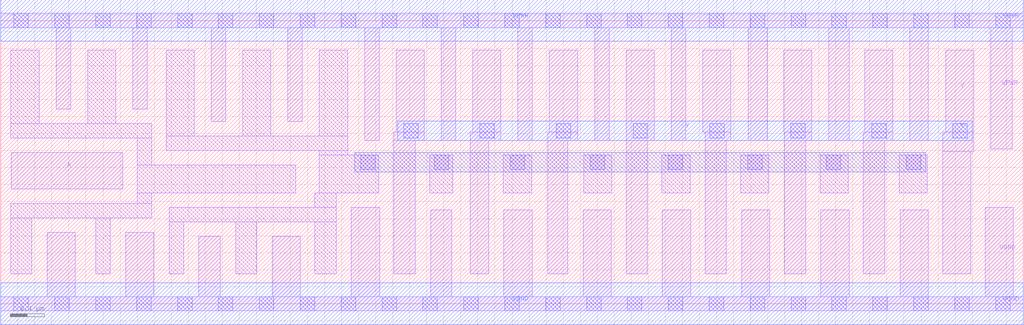
<source format=lef>
# Copyright 2020 The SkyWater PDK Authors
#
# Licensed under the Apache License, Version 2.0 (the "License");
# you may not use this file except in compliance with the License.
# You may obtain a copy of the License at
#
#     https://www.apache.org/licenses/LICENSE-2.0
#
# Unless required by applicable law or agreed to in writing, software
# distributed under the License is distributed on an "AS IS" BASIS,
# WITHOUT WARRANTIES OR CONDITIONS OF ANY KIND, either express or implied.
# See the License for the specific language governing permissions and
# limitations under the License.
#
# SPDX-License-Identifier: Apache-2.0

VERSION 5.7 ;
  NAMESCASESENSITIVE ON ;
  NOWIREEXTENSIONATPIN ON ;
  DIVIDERCHAR "/" ;
  BUSBITCHARS "[]" ;
UNITS
  DATABASE MICRONS 200 ;
END UNITS
MACRO sky130_fd_sc_ms__bufinv_16
  CLASS CORE ;
  SOURCE USER ;
  FOREIGN sky130_fd_sc_ms__bufinv_16 ;
  ORIGIN  0.000000  0.000000 ;
  SIZE  12.00000 BY  3.330000 ;
  SYMMETRY X Y ;
  SITE unit ;
  PIN A
    ANTENNAGATEAREA  0.937800 ;
    DIRECTION INPUT ;
    USE SIGNAL ;
    PORT
      LAYER li1 ;
        RECT 0.125000 1.350000 1.430000 1.780000 ;
    END
  END A
  PIN Y
    ANTENNADIFFAREA  4.121600 ;
    DIRECTION OUTPUT ;
    USE SIGNAL ;
    PORT
      LAYER li1 ;
        RECT  4.615000 0.350000  4.865000 1.920000 ;
        RECT  4.615000 1.920000  4.970000 2.020000 ;
        RECT  4.640000 2.020000  4.970000 2.980000 ;
        RECT  5.510000 0.350000  5.725000 1.920000 ;
        RECT  5.510000 1.920000  5.870000 2.020000 ;
        RECT  5.540000 2.020000  5.870000 2.980000 ;
        RECT  6.420000 0.350000  6.655000 1.920000 ;
        RECT  6.420000 1.920000  6.770000 2.020000 ;
        RECT  6.440000 2.020000  6.770000 2.980000 ;
        RECT  7.340000 0.350000  7.585000 1.920000 ;
        RECT  7.340000 1.920000  7.670000 2.980000 ;
        RECT  8.240000 2.020000  8.570000 2.980000 ;
        RECT  8.265000 0.350000  8.515000 1.920000 ;
        RECT  8.265000 1.920000  8.570000 2.020000 ;
        RECT  9.190000 2.020000  9.520000 2.980000 ;
        RECT  9.195000 0.350000  9.445000 1.920000 ;
        RECT  9.195000 1.920000  9.520000 2.020000 ;
        RECT 10.125000 0.350000 10.375000 1.920000 ;
        RECT 10.125000 1.920000 10.470000 2.020000 ;
        RECT 10.140000 2.020000 10.470000 2.980000 ;
        RECT 11.055000 0.350000 11.385000 1.790000 ;
        RECT 11.055000 1.790000 11.420000 2.020000 ;
        RECT 11.090000 2.020000 11.420000 2.980000 ;
      LAYER mcon ;
        RECT  4.730000 1.950000  4.900000 2.120000 ;
        RECT  5.620000 1.950000  5.790000 2.120000 ;
        RECT  6.520000 1.950000  6.690000 2.120000 ;
        RECT  7.420000 1.950000  7.590000 2.120000 ;
        RECT  8.320000 1.950000  8.490000 2.120000 ;
        RECT  9.270000 1.950000  9.440000 2.120000 ;
        RECT 10.220000 1.950000 10.390000 2.120000 ;
        RECT 11.170000 1.950000 11.340000 2.120000 ;
      LAYER met1 ;
        RECT 4.660000 1.920000 11.400000 2.150000 ;
    END
  END Y
  PIN VGND
    DIRECTION INOUT ;
    USE GROUND ;
    PORT
      LAYER li1 ;
        RECT  0.000000 -0.085000 12.000000 0.085000 ;
        RECT  0.545000  0.085000  0.875000 0.840000 ;
        RECT  1.465000  0.085000  1.795000 0.840000 ;
        RECT  2.325000  0.085000  2.575000 0.790000 ;
        RECT  3.185000  0.085000  3.515000 0.790000 ;
        RECT  4.115000  0.085000  4.445000 1.130000 ;
        RECT  5.045000  0.085000  5.295000 1.105000 ;
        RECT  5.905000  0.085000  6.235000 1.105000 ;
        RECT  6.835000  0.085000  7.165000 1.105000 ;
        RECT  7.765000  0.085000  8.095000 1.105000 ;
        RECT  8.695000  0.085000  9.025000 1.105000 ;
        RECT  9.625000  0.085000  9.955000 1.105000 ;
        RECT 10.555000  0.085000 10.885000 1.105000 ;
        RECT 11.555000  0.085000 11.885000 1.130000 ;
      LAYER mcon ;
        RECT  0.155000 -0.085000  0.325000 0.085000 ;
        RECT  0.635000 -0.085000  0.805000 0.085000 ;
        RECT  1.115000 -0.085000  1.285000 0.085000 ;
        RECT  1.595000 -0.085000  1.765000 0.085000 ;
        RECT  2.075000 -0.085000  2.245000 0.085000 ;
        RECT  2.555000 -0.085000  2.725000 0.085000 ;
        RECT  3.035000 -0.085000  3.205000 0.085000 ;
        RECT  3.515000 -0.085000  3.685000 0.085000 ;
        RECT  3.995000 -0.085000  4.165000 0.085000 ;
        RECT  4.475000 -0.085000  4.645000 0.085000 ;
        RECT  4.955000 -0.085000  5.125000 0.085000 ;
        RECT  5.435000 -0.085000  5.605000 0.085000 ;
        RECT  5.915000 -0.085000  6.085000 0.085000 ;
        RECT  6.395000 -0.085000  6.565000 0.085000 ;
        RECT  6.875000 -0.085000  7.045000 0.085000 ;
        RECT  7.355000 -0.085000  7.525000 0.085000 ;
        RECT  7.835000 -0.085000  8.005000 0.085000 ;
        RECT  8.315000 -0.085000  8.485000 0.085000 ;
        RECT  8.795000 -0.085000  8.965000 0.085000 ;
        RECT  9.275000 -0.085000  9.445000 0.085000 ;
        RECT  9.755000 -0.085000  9.925000 0.085000 ;
        RECT 10.235000 -0.085000 10.405000 0.085000 ;
        RECT 10.715000 -0.085000 10.885000 0.085000 ;
        RECT 11.195000 -0.085000 11.365000 0.085000 ;
        RECT 11.675000 -0.085000 11.845000 0.085000 ;
      LAYER met1 ;
        RECT 0.000000 -0.245000 12.000000 0.245000 ;
    END
  END VGND
  PIN VPWR
    DIRECTION INOUT ;
    USE POWER ;
    PORT
      LAYER li1 ;
        RECT  0.000000 3.245000 12.000000 3.415000 ;
        RECT  0.650000 2.290000  0.820000 3.245000 ;
        RECT  1.550000 2.290000  1.720000 3.245000 ;
        RECT  2.470000 2.140000  2.640000 3.245000 ;
        RECT  3.370000 2.140000  3.540000 3.245000 ;
        RECT  4.270000 1.920000  4.440000 3.245000 ;
        RECT  5.170000 1.920000  5.340000 3.245000 ;
        RECT  6.070000 1.920000  6.240000 3.245000 ;
        RECT  6.970000 1.920000  7.140000 3.245000 ;
        RECT  7.870000 1.920000  8.040000 3.245000 ;
        RECT  8.770000 1.920000  8.995000 3.245000 ;
        RECT  9.720000 1.920000  9.955000 3.245000 ;
        RECT 10.670000 1.920000 10.885000 3.245000 ;
        RECT 11.620000 1.820000 11.870000 3.245000 ;
      LAYER mcon ;
        RECT  0.155000 3.245000  0.325000 3.415000 ;
        RECT  0.635000 3.245000  0.805000 3.415000 ;
        RECT  1.115000 3.245000  1.285000 3.415000 ;
        RECT  1.595000 3.245000  1.765000 3.415000 ;
        RECT  2.075000 3.245000  2.245000 3.415000 ;
        RECT  2.555000 3.245000  2.725000 3.415000 ;
        RECT  3.035000 3.245000  3.205000 3.415000 ;
        RECT  3.515000 3.245000  3.685000 3.415000 ;
        RECT  3.995000 3.245000  4.165000 3.415000 ;
        RECT  4.475000 3.245000  4.645000 3.415000 ;
        RECT  4.955000 3.245000  5.125000 3.415000 ;
        RECT  5.435000 3.245000  5.605000 3.415000 ;
        RECT  5.915000 3.245000  6.085000 3.415000 ;
        RECT  6.395000 3.245000  6.565000 3.415000 ;
        RECT  6.875000 3.245000  7.045000 3.415000 ;
        RECT  7.355000 3.245000  7.525000 3.415000 ;
        RECT  7.835000 3.245000  8.005000 3.415000 ;
        RECT  8.315000 3.245000  8.485000 3.415000 ;
        RECT  8.795000 3.245000  8.965000 3.415000 ;
        RECT  9.275000 3.245000  9.445000 3.415000 ;
        RECT  9.755000 3.245000  9.925000 3.415000 ;
        RECT 10.235000 3.245000 10.405000 3.415000 ;
        RECT 10.715000 3.245000 10.885000 3.415000 ;
        RECT 11.195000 3.245000 11.365000 3.415000 ;
        RECT 11.675000 3.245000 11.845000 3.415000 ;
      LAYER met1 ;
        RECT 0.000000 3.085000 12.000000 3.575000 ;
    END
  END VPWR
  OBS
    LAYER li1 ;
      RECT  0.115000 0.350000  0.365000 1.010000 ;
      RECT  0.115000 1.010000  1.770000 1.180000 ;
      RECT  0.120000 1.950000  1.770000 2.120000 ;
      RECT  0.120000 2.120000  0.450000 2.980000 ;
      RECT  1.020000 2.120000  1.350000 2.980000 ;
      RECT  1.115000 0.350000  1.285000 1.010000 ;
      RECT  1.600000 1.180000  1.770000 1.300000 ;
      RECT  1.600000 1.300000  3.460000 1.630000 ;
      RECT  1.600000 1.630000  1.770000 1.950000 ;
      RECT  1.940000 1.800000  4.070000 1.970000 ;
      RECT  1.940000 1.970000  2.270000 2.980000 ;
      RECT  1.975000 0.350000  2.145000 0.960000 ;
      RECT  1.975000 0.960000  3.935000 1.130000 ;
      RECT  2.755000 0.350000  3.005000 0.960000 ;
      RECT  2.840000 1.970000  3.170000 2.980000 ;
      RECT  3.685000 0.350000  3.935000 0.960000 ;
      RECT  3.685000 1.130000  3.935000 1.300000 ;
      RECT  3.740000 1.300000  4.435000 1.750000 ;
      RECT  3.740000 1.750000  4.070000 1.800000 ;
      RECT  3.740000 1.970000  4.070000 2.980000 ;
      RECT  5.035000 1.300000  5.305000 1.750000 ;
      RECT  5.900000 1.300000  6.230000 1.750000 ;
      RECT  6.840000 1.300000  7.170000 1.750000 ;
      RECT  7.760000 1.300000  8.090000 1.750000 ;
      RECT  8.685000 1.300000  9.015000 1.750000 ;
      RECT  9.615000 1.300000  9.945000 1.750000 ;
      RECT 10.545000 1.300000 10.875000 1.750000 ;
    LAYER mcon ;
      RECT  4.225000 1.580000  4.395000 1.750000 ;
      RECT  5.090000 1.580000  5.260000 1.750000 ;
      RECT  5.980000 1.580000  6.150000 1.750000 ;
      RECT  6.920000 1.580000  7.090000 1.750000 ;
      RECT  7.835000 1.580000  8.005000 1.750000 ;
      RECT  8.765000 1.580000  8.935000 1.750000 ;
      RECT  9.690000 1.580000  9.860000 1.750000 ;
      RECT 10.625000 1.580000 10.795000 1.750000 ;
    LAYER met1 ;
      RECT 4.155000 1.550000 10.855000 1.780000 ;
  END
END sky130_fd_sc_ms__bufinv_16

</source>
